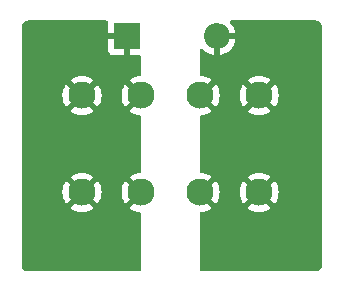
<source format=gbl>
G04 #@! TF.GenerationSoftware,KiCad,Pcbnew,8.0.1*
G04 #@! TF.CreationDate,2024-03-24T00:29:59+01:00*
G04 #@! TF.ProjectId,bypass,62797061-7373-42e6-9b69-6361645f7063,rev?*
G04 #@! TF.SameCoordinates,Original*
G04 #@! TF.FileFunction,Copper,L2,Bot*
G04 #@! TF.FilePolarity,Positive*
%FSLAX46Y46*%
G04 Gerber Fmt 4.6, Leading zero omitted, Abs format (unit mm)*
G04 Created by KiCad (PCBNEW 8.0.1) date 2024-03-24 00:29:59*
%MOMM*%
%LPD*%
G01*
G04 APERTURE LIST*
G04 #@! TA.AperFunction,ComponentPad*
%ADD10R,2.200000X2.200000*%
G04 #@! TD*
G04 #@! TA.AperFunction,ComponentPad*
%ADD11O,2.200000X2.200000*%
G04 #@! TD*
G04 #@! TA.AperFunction,ComponentPad*
%ADD12C,2.300000*%
G04 #@! TD*
G04 APERTURE END LIST*
D10*
X144690000Y-21850000D03*
D11*
X152310000Y-21850000D03*
D12*
X140900000Y-26850000D03*
X140900000Y-35050000D03*
X145900000Y-26850000D03*
X145900000Y-35050000D03*
X150900000Y-26850000D03*
X150900000Y-35050000D03*
X155900000Y-26850000D03*
X155900000Y-35050000D03*
G04 #@! TA.AperFunction,Conductor*
G36*
X160706922Y-20501280D02*
G01*
X160797266Y-20511459D01*
X160824331Y-20517636D01*
X160903540Y-20545352D01*
X160928553Y-20557398D01*
X160999606Y-20602043D01*
X161021313Y-20619355D01*
X161080644Y-20678686D01*
X161097957Y-20700395D01*
X161142600Y-20771444D01*
X161154648Y-20796462D01*
X161182362Y-20875666D01*
X161188540Y-20902735D01*
X161198720Y-20993076D01*
X161199500Y-21006961D01*
X161199500Y-41243038D01*
X161198720Y-41256923D01*
X161188540Y-41347264D01*
X161182362Y-41374333D01*
X161154648Y-41453537D01*
X161142600Y-41478555D01*
X161097957Y-41549604D01*
X161080644Y-41571313D01*
X161021313Y-41630644D01*
X160999604Y-41647957D01*
X160928555Y-41692600D01*
X160903537Y-41704648D01*
X160824333Y-41732362D01*
X160797264Y-41738540D01*
X160717075Y-41747576D01*
X160706921Y-41748720D01*
X160693038Y-41749500D01*
X151024000Y-41749500D01*
X150956961Y-41729815D01*
X150911206Y-41677011D01*
X150900000Y-41625500D01*
X150900000Y-36819726D01*
X150919685Y-36752687D01*
X150972489Y-36706932D01*
X151014272Y-36696108D01*
X151158911Y-36684725D01*
X151411445Y-36624098D01*
X151411462Y-36624093D01*
X151651397Y-36524709D01*
X151651400Y-36524707D01*
X151872844Y-36389005D01*
X151879644Y-36383197D01*
X151147488Y-35651041D01*
X151207890Y-35626022D01*
X151314351Y-35554888D01*
X151404888Y-35464351D01*
X151476022Y-35357890D01*
X151501041Y-35297488D01*
X152233197Y-36029644D01*
X152239005Y-36022844D01*
X152374707Y-35801400D01*
X152374709Y-35801397D01*
X152474093Y-35561462D01*
X152474098Y-35561445D01*
X152534725Y-35308912D01*
X152555101Y-35050000D01*
X154244898Y-35050000D01*
X154265274Y-35308912D01*
X154325901Y-35561445D01*
X154325906Y-35561462D01*
X154425290Y-35801397D01*
X154425292Y-35801400D01*
X154560992Y-36022842D01*
X154560993Y-36022843D01*
X154566801Y-36029644D01*
X155298958Y-35297488D01*
X155323978Y-35357890D01*
X155395112Y-35464351D01*
X155485649Y-35554888D01*
X155592110Y-35626022D01*
X155652511Y-35651041D01*
X154920354Y-36383197D01*
X154927157Y-36389007D01*
X155148599Y-36524707D01*
X155148602Y-36524709D01*
X155388537Y-36624093D01*
X155388554Y-36624098D01*
X155641088Y-36684725D01*
X155641087Y-36684725D01*
X155900000Y-36705101D01*
X156158912Y-36684725D01*
X156411445Y-36624098D01*
X156411462Y-36624093D01*
X156651397Y-36524709D01*
X156651400Y-36524707D01*
X156872844Y-36389005D01*
X156879644Y-36383197D01*
X156147488Y-35651041D01*
X156207890Y-35626022D01*
X156314351Y-35554888D01*
X156404888Y-35464351D01*
X156476022Y-35357890D01*
X156501041Y-35297488D01*
X157233197Y-36029644D01*
X157239005Y-36022844D01*
X157374707Y-35801400D01*
X157374709Y-35801397D01*
X157474093Y-35561462D01*
X157474098Y-35561445D01*
X157534725Y-35308912D01*
X157555101Y-35050000D01*
X157534725Y-34791087D01*
X157474098Y-34538554D01*
X157474093Y-34538537D01*
X157374709Y-34298602D01*
X157374707Y-34298599D01*
X157239007Y-34077157D01*
X157233197Y-34070354D01*
X156501041Y-34802510D01*
X156476022Y-34742110D01*
X156404888Y-34635649D01*
X156314351Y-34545112D01*
X156207890Y-34473978D01*
X156147488Y-34448958D01*
X156879645Y-33716801D01*
X156872843Y-33710993D01*
X156872842Y-33710992D01*
X156651400Y-33575292D01*
X156651397Y-33575290D01*
X156411462Y-33475906D01*
X156411445Y-33475901D01*
X156158911Y-33415274D01*
X156158912Y-33415274D01*
X155900000Y-33394898D01*
X155641087Y-33415274D01*
X155388554Y-33475901D01*
X155388537Y-33475906D01*
X155148602Y-33575290D01*
X155148599Y-33575292D01*
X154927155Y-33710993D01*
X154920353Y-33716800D01*
X155652511Y-34448958D01*
X155592110Y-34473978D01*
X155485649Y-34545112D01*
X155395112Y-34635649D01*
X155323978Y-34742110D01*
X155298958Y-34802511D01*
X154566800Y-34070353D01*
X154560993Y-34077155D01*
X154425292Y-34298599D01*
X154425290Y-34298602D01*
X154325906Y-34538537D01*
X154325901Y-34538554D01*
X154265274Y-34791087D01*
X154244898Y-35050000D01*
X152555101Y-35050000D01*
X152534725Y-34791087D01*
X152474098Y-34538554D01*
X152474093Y-34538537D01*
X152374709Y-34298602D01*
X152374707Y-34298599D01*
X152239007Y-34077157D01*
X152233197Y-34070354D01*
X151501041Y-34802510D01*
X151476022Y-34742110D01*
X151404888Y-34635649D01*
X151314351Y-34545112D01*
X151207890Y-34473978D01*
X151147488Y-34448958D01*
X151879645Y-33716801D01*
X151872843Y-33710993D01*
X151872842Y-33710992D01*
X151651400Y-33575292D01*
X151651397Y-33575290D01*
X151411462Y-33475906D01*
X151411445Y-33475901D01*
X151158911Y-33415274D01*
X151158912Y-33415274D01*
X151014271Y-33403891D01*
X150948983Y-33379007D01*
X150907512Y-33322776D01*
X150900000Y-33280273D01*
X150900000Y-28619726D01*
X150919685Y-28552687D01*
X150972489Y-28506932D01*
X151014272Y-28496108D01*
X151158911Y-28484725D01*
X151411445Y-28424098D01*
X151411462Y-28424093D01*
X151651397Y-28324709D01*
X151651400Y-28324707D01*
X151872844Y-28189005D01*
X151879644Y-28183197D01*
X151147488Y-27451041D01*
X151207890Y-27426022D01*
X151314351Y-27354888D01*
X151404888Y-27264351D01*
X151476022Y-27157890D01*
X151501041Y-27097488D01*
X152233197Y-27829644D01*
X152239005Y-27822844D01*
X152374707Y-27601400D01*
X152374709Y-27601397D01*
X152474093Y-27361462D01*
X152474098Y-27361445D01*
X152534725Y-27108912D01*
X152555101Y-26850000D01*
X154244898Y-26850000D01*
X154265274Y-27108912D01*
X154325901Y-27361445D01*
X154325906Y-27361462D01*
X154425290Y-27601397D01*
X154425292Y-27601400D01*
X154560992Y-27822842D01*
X154560993Y-27822843D01*
X154566801Y-27829644D01*
X155298958Y-27097488D01*
X155323978Y-27157890D01*
X155395112Y-27264351D01*
X155485649Y-27354888D01*
X155592110Y-27426022D01*
X155652511Y-27451041D01*
X154920354Y-28183197D01*
X154927157Y-28189007D01*
X155148599Y-28324707D01*
X155148602Y-28324709D01*
X155388537Y-28424093D01*
X155388554Y-28424098D01*
X155641088Y-28484725D01*
X155641087Y-28484725D01*
X155900000Y-28505101D01*
X156158912Y-28484725D01*
X156411445Y-28424098D01*
X156411462Y-28424093D01*
X156651397Y-28324709D01*
X156651400Y-28324707D01*
X156872844Y-28189005D01*
X156879644Y-28183197D01*
X156147488Y-27451041D01*
X156207890Y-27426022D01*
X156314351Y-27354888D01*
X156404888Y-27264351D01*
X156476022Y-27157890D01*
X156501041Y-27097488D01*
X157233197Y-27829644D01*
X157239005Y-27822844D01*
X157374707Y-27601400D01*
X157374709Y-27601397D01*
X157474093Y-27361462D01*
X157474098Y-27361445D01*
X157534725Y-27108912D01*
X157555101Y-26850000D01*
X157534725Y-26591087D01*
X157474098Y-26338554D01*
X157474093Y-26338537D01*
X157374709Y-26098602D01*
X157374707Y-26098599D01*
X157239007Y-25877157D01*
X157233197Y-25870354D01*
X156501041Y-26602510D01*
X156476022Y-26542110D01*
X156404888Y-26435649D01*
X156314351Y-26345112D01*
X156207890Y-26273978D01*
X156147488Y-26248958D01*
X156879645Y-25516801D01*
X156872843Y-25510993D01*
X156872842Y-25510992D01*
X156651400Y-25375292D01*
X156651397Y-25375290D01*
X156411462Y-25275906D01*
X156411445Y-25275901D01*
X156158911Y-25215274D01*
X156158912Y-25215274D01*
X155900000Y-25194898D01*
X155641087Y-25215274D01*
X155388554Y-25275901D01*
X155388537Y-25275906D01*
X155148602Y-25375290D01*
X155148599Y-25375292D01*
X154927155Y-25510993D01*
X154920353Y-25516800D01*
X155652511Y-26248958D01*
X155592110Y-26273978D01*
X155485649Y-26345112D01*
X155395112Y-26435649D01*
X155323978Y-26542110D01*
X155298958Y-26602511D01*
X154566800Y-25870353D01*
X154560993Y-25877155D01*
X154425292Y-26098599D01*
X154425290Y-26098602D01*
X154325906Y-26338537D01*
X154325901Y-26338554D01*
X154265274Y-26591087D01*
X154244898Y-26850000D01*
X152555101Y-26850000D01*
X152534725Y-26591087D01*
X152474098Y-26338554D01*
X152474093Y-26338537D01*
X152374709Y-26098602D01*
X152374707Y-26098599D01*
X152239007Y-25877157D01*
X152233197Y-25870354D01*
X151501041Y-26602510D01*
X151476022Y-26542110D01*
X151404888Y-26435649D01*
X151314351Y-26345112D01*
X151207890Y-26273978D01*
X151147488Y-26248958D01*
X151879645Y-25516801D01*
X151872843Y-25510993D01*
X151872842Y-25510992D01*
X151651400Y-25375292D01*
X151651397Y-25375290D01*
X151411462Y-25275906D01*
X151411445Y-25275901D01*
X151158911Y-25215274D01*
X151158912Y-25215274D01*
X151014271Y-25203891D01*
X150948983Y-25179007D01*
X150907512Y-25122776D01*
X150900000Y-25080273D01*
X150900000Y-22998850D01*
X150919685Y-22931811D01*
X150972489Y-22886056D01*
X151041647Y-22876112D01*
X151105203Y-22905137D01*
X151118291Y-22918319D01*
X151175130Y-22984870D01*
X151366632Y-23148428D01*
X151366637Y-23148431D01*
X151581368Y-23280019D01*
X151814043Y-23376396D01*
X152058932Y-23435188D01*
X152059999Y-23435271D01*
X152060000Y-23435271D01*
X152060000Y-22340747D01*
X152097708Y-22362518D01*
X152237591Y-22400000D01*
X152382409Y-22400000D01*
X152522292Y-22362518D01*
X152560000Y-22340747D01*
X152560000Y-23435271D01*
X152561067Y-23435188D01*
X152805956Y-23376396D01*
X153038631Y-23280019D01*
X153253362Y-23148431D01*
X153253367Y-23148428D01*
X153444869Y-22984869D01*
X153608428Y-22793367D01*
X153608431Y-22793362D01*
X153740019Y-22578631D01*
X153836396Y-22345956D01*
X153895188Y-22101067D01*
X153895272Y-22100000D01*
X152800748Y-22100000D01*
X152822518Y-22062292D01*
X152860000Y-21922409D01*
X152860000Y-21777591D01*
X152822518Y-21637708D01*
X152800748Y-21600000D01*
X153895271Y-21600000D01*
X153895271Y-21599999D01*
X153895188Y-21598932D01*
X153836396Y-21354043D01*
X153740019Y-21121368D01*
X153608431Y-20906637D01*
X153608428Y-20906632D01*
X153444866Y-20715126D01*
X153441921Y-20712181D01*
X153408436Y-20650858D01*
X153413420Y-20581166D01*
X153455292Y-20525233D01*
X153520756Y-20500816D01*
X153529602Y-20500500D01*
X160634108Y-20500500D01*
X160693038Y-20500500D01*
X160706922Y-20501280D01*
G37*
G04 #@! TD.AperFunction*
G04 #@! TA.AperFunction,Conductor*
G36*
X143040675Y-20520185D02*
G01*
X143086430Y-20572989D01*
X143096925Y-20637756D01*
X143090000Y-20702155D01*
X143090000Y-21600000D01*
X144199252Y-21600000D01*
X144177482Y-21637708D01*
X144140000Y-21777591D01*
X144140000Y-21922409D01*
X144177482Y-22062292D01*
X144199252Y-22100000D01*
X143090000Y-22100000D01*
X143090000Y-22997844D01*
X143096401Y-23057372D01*
X143096403Y-23057379D01*
X143146645Y-23192086D01*
X143146649Y-23192093D01*
X143232809Y-23307187D01*
X143232812Y-23307190D01*
X143347906Y-23393350D01*
X143347913Y-23393354D01*
X143482620Y-23443596D01*
X143482627Y-23443598D01*
X143542155Y-23449999D01*
X143542172Y-23450000D01*
X144440000Y-23450000D01*
X144440000Y-22340747D01*
X144477708Y-22362518D01*
X144617591Y-22400000D01*
X144762409Y-22400000D01*
X144902292Y-22362518D01*
X144940000Y-22340747D01*
X144940000Y-23450000D01*
X145776000Y-23450000D01*
X145843039Y-23469685D01*
X145888794Y-23522489D01*
X145900000Y-23574000D01*
X145900000Y-25080273D01*
X145880315Y-25147312D01*
X145827511Y-25193067D01*
X145785729Y-25203891D01*
X145641088Y-25215274D01*
X145388554Y-25275901D01*
X145388537Y-25275906D01*
X145148602Y-25375290D01*
X145148599Y-25375292D01*
X144927155Y-25510993D01*
X144920353Y-25516800D01*
X145652511Y-26248958D01*
X145592110Y-26273978D01*
X145485649Y-26345112D01*
X145395112Y-26435649D01*
X145323978Y-26542110D01*
X145298958Y-26602510D01*
X144566801Y-25870353D01*
X144560993Y-25877155D01*
X144425292Y-26098599D01*
X144425290Y-26098602D01*
X144325906Y-26338537D01*
X144325901Y-26338554D01*
X144265274Y-26591087D01*
X144244898Y-26850000D01*
X144265274Y-27108912D01*
X144325901Y-27361445D01*
X144325906Y-27361462D01*
X144425290Y-27601397D01*
X144425292Y-27601400D01*
X144560992Y-27822842D01*
X144560993Y-27822843D01*
X144566801Y-27829644D01*
X145298958Y-27097488D01*
X145323978Y-27157890D01*
X145395112Y-27264351D01*
X145485649Y-27354888D01*
X145592110Y-27426022D01*
X145652510Y-27451040D01*
X144920354Y-28183197D01*
X144927157Y-28189007D01*
X145148599Y-28324707D01*
X145148602Y-28324709D01*
X145388537Y-28424093D01*
X145388554Y-28424098D01*
X145641088Y-28484725D01*
X145641087Y-28484725D01*
X145785728Y-28496108D01*
X145851017Y-28520991D01*
X145892488Y-28577222D01*
X145900000Y-28619726D01*
X145900000Y-33280273D01*
X145880315Y-33347312D01*
X145827511Y-33393067D01*
X145785729Y-33403891D01*
X145641088Y-33415274D01*
X145388554Y-33475901D01*
X145388537Y-33475906D01*
X145148602Y-33575290D01*
X145148599Y-33575292D01*
X144927155Y-33710993D01*
X144920353Y-33716800D01*
X145652511Y-34448958D01*
X145592110Y-34473978D01*
X145485649Y-34545112D01*
X145395112Y-34635649D01*
X145323978Y-34742110D01*
X145298958Y-34802510D01*
X144566801Y-34070353D01*
X144560993Y-34077155D01*
X144425292Y-34298599D01*
X144425290Y-34298602D01*
X144325906Y-34538537D01*
X144325901Y-34538554D01*
X144265274Y-34791087D01*
X144244898Y-35050000D01*
X144265274Y-35308912D01*
X144325901Y-35561445D01*
X144325906Y-35561462D01*
X144425290Y-35801397D01*
X144425292Y-35801400D01*
X144560992Y-36022842D01*
X144560993Y-36022843D01*
X144566801Y-36029644D01*
X145298958Y-35297488D01*
X145323978Y-35357890D01*
X145395112Y-35464351D01*
X145485649Y-35554888D01*
X145592110Y-35626022D01*
X145652510Y-35651040D01*
X144920354Y-36383197D01*
X144927157Y-36389007D01*
X145148599Y-36524707D01*
X145148602Y-36524709D01*
X145388537Y-36624093D01*
X145388554Y-36624098D01*
X145641088Y-36684725D01*
X145641087Y-36684725D01*
X145785728Y-36696108D01*
X145851017Y-36720991D01*
X145892488Y-36777222D01*
X145900000Y-36819726D01*
X145900000Y-41625500D01*
X145880315Y-41692539D01*
X145827511Y-41738294D01*
X145776000Y-41749500D01*
X136306962Y-41749500D01*
X136293078Y-41748720D01*
X136280553Y-41747308D01*
X136202735Y-41738540D01*
X136175666Y-41732362D01*
X136096462Y-41704648D01*
X136071444Y-41692600D01*
X136000395Y-41647957D01*
X135978686Y-41630644D01*
X135919355Y-41571313D01*
X135902042Y-41549604D01*
X135857399Y-41478555D01*
X135845351Y-41453537D01*
X135817637Y-41374333D01*
X135811459Y-41347263D01*
X135801280Y-41256922D01*
X135800500Y-41243038D01*
X135800500Y-35050000D01*
X139244898Y-35050000D01*
X139265274Y-35308912D01*
X139325901Y-35561445D01*
X139325906Y-35561462D01*
X139425290Y-35801397D01*
X139425292Y-35801400D01*
X139560992Y-36022842D01*
X139560993Y-36022843D01*
X139566801Y-36029644D01*
X140298958Y-35297488D01*
X140323978Y-35357890D01*
X140395112Y-35464351D01*
X140485649Y-35554888D01*
X140592110Y-35626022D01*
X140652511Y-35651041D01*
X139920354Y-36383197D01*
X139927157Y-36389007D01*
X140148599Y-36524707D01*
X140148602Y-36524709D01*
X140388537Y-36624093D01*
X140388554Y-36624098D01*
X140641088Y-36684725D01*
X140641087Y-36684725D01*
X140900000Y-36705101D01*
X141158912Y-36684725D01*
X141411445Y-36624098D01*
X141411462Y-36624093D01*
X141651397Y-36524709D01*
X141651400Y-36524707D01*
X141872844Y-36389005D01*
X141879644Y-36383197D01*
X141147488Y-35651041D01*
X141207890Y-35626022D01*
X141314351Y-35554888D01*
X141404888Y-35464351D01*
X141476022Y-35357890D01*
X141501041Y-35297488D01*
X142233197Y-36029644D01*
X142239005Y-36022844D01*
X142374707Y-35801400D01*
X142374709Y-35801397D01*
X142474093Y-35561462D01*
X142474098Y-35561445D01*
X142534725Y-35308912D01*
X142555101Y-35050000D01*
X142534725Y-34791087D01*
X142474098Y-34538554D01*
X142474093Y-34538537D01*
X142374709Y-34298602D01*
X142374707Y-34298599D01*
X142239007Y-34077157D01*
X142233197Y-34070354D01*
X141501041Y-34802510D01*
X141476022Y-34742110D01*
X141404888Y-34635649D01*
X141314351Y-34545112D01*
X141207890Y-34473978D01*
X141147488Y-34448958D01*
X141879645Y-33716801D01*
X141872843Y-33710993D01*
X141872842Y-33710992D01*
X141651400Y-33575292D01*
X141651397Y-33575290D01*
X141411462Y-33475906D01*
X141411445Y-33475901D01*
X141158911Y-33415274D01*
X141158912Y-33415274D01*
X140900000Y-33394898D01*
X140641087Y-33415274D01*
X140388554Y-33475901D01*
X140388537Y-33475906D01*
X140148602Y-33575290D01*
X140148599Y-33575292D01*
X139927155Y-33710993D01*
X139920353Y-33716800D01*
X140652511Y-34448958D01*
X140592110Y-34473978D01*
X140485649Y-34545112D01*
X140395112Y-34635649D01*
X140323978Y-34742110D01*
X140298958Y-34802511D01*
X139566800Y-34070353D01*
X139560993Y-34077155D01*
X139425292Y-34298599D01*
X139425290Y-34298602D01*
X139325906Y-34538537D01*
X139325901Y-34538554D01*
X139265274Y-34791087D01*
X139244898Y-35050000D01*
X135800500Y-35050000D01*
X135800500Y-26850000D01*
X139244898Y-26850000D01*
X139265274Y-27108912D01*
X139325901Y-27361445D01*
X139325906Y-27361462D01*
X139425290Y-27601397D01*
X139425292Y-27601400D01*
X139560992Y-27822842D01*
X139560993Y-27822843D01*
X139566801Y-27829644D01*
X140298958Y-27097488D01*
X140323978Y-27157890D01*
X140395112Y-27264351D01*
X140485649Y-27354888D01*
X140592110Y-27426022D01*
X140652511Y-27451041D01*
X139920354Y-28183197D01*
X139927157Y-28189007D01*
X140148599Y-28324707D01*
X140148602Y-28324709D01*
X140388537Y-28424093D01*
X140388554Y-28424098D01*
X140641088Y-28484725D01*
X140641087Y-28484725D01*
X140900000Y-28505101D01*
X141158912Y-28484725D01*
X141411445Y-28424098D01*
X141411462Y-28424093D01*
X141651397Y-28324709D01*
X141651400Y-28324707D01*
X141872844Y-28189005D01*
X141879644Y-28183197D01*
X141147488Y-27451041D01*
X141207890Y-27426022D01*
X141314351Y-27354888D01*
X141404888Y-27264351D01*
X141476022Y-27157890D01*
X141501041Y-27097488D01*
X142233197Y-27829644D01*
X142239005Y-27822844D01*
X142374707Y-27601400D01*
X142374709Y-27601397D01*
X142474093Y-27361462D01*
X142474098Y-27361445D01*
X142534725Y-27108912D01*
X142555101Y-26850000D01*
X142534725Y-26591087D01*
X142474098Y-26338554D01*
X142474093Y-26338537D01*
X142374709Y-26098602D01*
X142374707Y-26098599D01*
X142239007Y-25877157D01*
X142233197Y-25870354D01*
X141501041Y-26602510D01*
X141476022Y-26542110D01*
X141404888Y-26435649D01*
X141314351Y-26345112D01*
X141207890Y-26273978D01*
X141147488Y-26248958D01*
X141879645Y-25516801D01*
X141872843Y-25510993D01*
X141872842Y-25510992D01*
X141651400Y-25375292D01*
X141651397Y-25375290D01*
X141411462Y-25275906D01*
X141411445Y-25275901D01*
X141158911Y-25215274D01*
X141158912Y-25215274D01*
X140900000Y-25194898D01*
X140641087Y-25215274D01*
X140388554Y-25275901D01*
X140388537Y-25275906D01*
X140148602Y-25375290D01*
X140148599Y-25375292D01*
X139927155Y-25510993D01*
X139920353Y-25516800D01*
X140652511Y-26248958D01*
X140592110Y-26273978D01*
X140485649Y-26345112D01*
X140395112Y-26435649D01*
X140323978Y-26542110D01*
X140298958Y-26602511D01*
X139566800Y-25870353D01*
X139560993Y-25877155D01*
X139425292Y-26098599D01*
X139425290Y-26098602D01*
X139325906Y-26338537D01*
X139325901Y-26338554D01*
X139265274Y-26591087D01*
X139244898Y-26850000D01*
X135800500Y-26850000D01*
X135800500Y-21006961D01*
X135801280Y-20993077D01*
X135811459Y-20902731D01*
X135817635Y-20875670D01*
X135845353Y-20796456D01*
X135857396Y-20771450D01*
X135902046Y-20700389D01*
X135919351Y-20678690D01*
X135978690Y-20619351D01*
X136000389Y-20602046D01*
X136071450Y-20557396D01*
X136096456Y-20545353D01*
X136175670Y-20517635D01*
X136202733Y-20511459D01*
X136265419Y-20504396D01*
X136293079Y-20501280D01*
X136306962Y-20500500D01*
X142973636Y-20500500D01*
X143040675Y-20520185D01*
G37*
G04 #@! TD.AperFunction*
M02*

</source>
